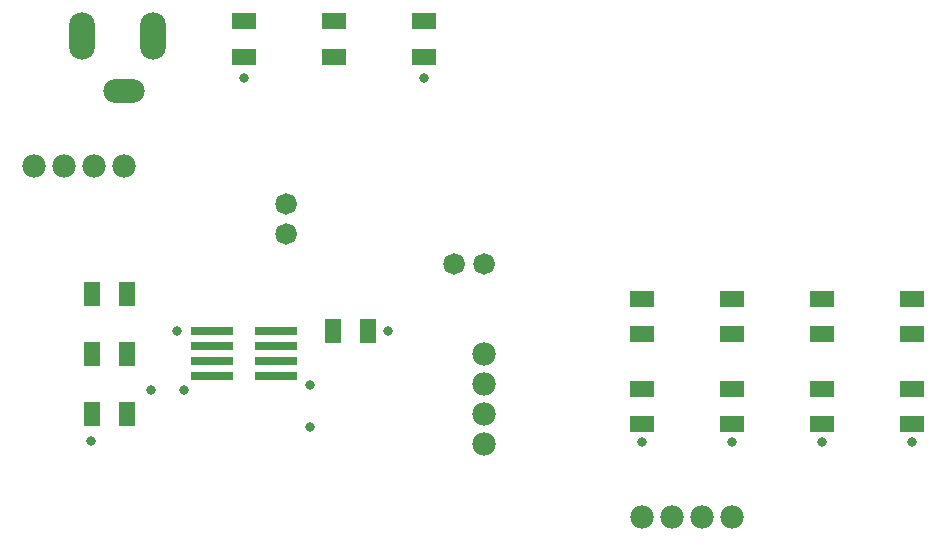
<source format=gts>
G04*
G04 #@! TF.GenerationSoftware,Altium Limited,Altium Designer,25.2.1 (25)*
G04*
G04 Layer_Color=8388736*
%FSLAX25Y25*%
%MOIN*%
G70*
G04*
G04 #@! TF.SameCoordinates,33EAF51A-26EF-4A86-81AC-10F0C2BF7AB2*
G04*
G04*
G04 #@! TF.FilePolarity,Negative*
G04*
G01*
G75*
%ADD22C,0.00000*%
%ADD23R,0.07900X0.05200*%
%ADD24R,0.05200X0.07900*%
%ADD25R,0.14186X0.03162*%
%ADD26O,0.08674X0.15761*%
%ADD27O,0.13792X0.07887*%
%ADD28C,0.07800*%
%ADD29C,0.07178*%
%ADD30C,0.03300*%
D22*
X107390Y110000D02*
G03*
X107390Y110000I-3390J0D01*
G01*
Y120000D02*
G03*
X107390Y120000I-3390J0D01*
G01*
X173390Y100000D02*
G03*
X173390Y100000I-3390J0D01*
G01*
X163390D02*
G03*
X163390Y100000I-3390J0D01*
G01*
D23*
X312500Y88400D02*
D03*
Y76600D02*
D03*
X282500Y88400D02*
D03*
Y76600D02*
D03*
X252500Y88400D02*
D03*
Y76600D02*
D03*
X222500Y88400D02*
D03*
Y76600D02*
D03*
X120000Y180900D02*
D03*
Y169100D02*
D03*
X312500Y46600D02*
D03*
Y58400D02*
D03*
X282500Y46600D02*
D03*
Y58400D02*
D03*
X252500Y46600D02*
D03*
Y58400D02*
D03*
X222500Y46600D02*
D03*
Y58400D02*
D03*
X90000Y169100D02*
D03*
Y180900D02*
D03*
X150000D02*
D03*
Y169100D02*
D03*
D24*
X119600Y77500D02*
D03*
X131400D02*
D03*
X39100Y50000D02*
D03*
X50900D02*
D03*
X39100Y70000D02*
D03*
X50900D02*
D03*
X39100Y90000D02*
D03*
X50900D02*
D03*
D25*
X79370Y77500D02*
D03*
Y72500D02*
D03*
Y67500D02*
D03*
Y62500D02*
D03*
X100630D02*
D03*
Y67500D02*
D03*
Y72500D02*
D03*
Y77500D02*
D03*
D26*
X59622Y176000D02*
D03*
X36000D02*
D03*
D27*
X49779Y157693D02*
D03*
D28*
X40000Y132500D02*
D03*
X50000D02*
D03*
X20000D02*
D03*
X30000D02*
D03*
X242500Y15500D02*
D03*
X252500D02*
D03*
X222500D02*
D03*
X232500D02*
D03*
X170000Y60000D02*
D03*
Y70000D02*
D03*
Y40000D02*
D03*
Y50000D02*
D03*
D29*
X104000Y110000D02*
D03*
Y120000D02*
D03*
X170000Y100000D02*
D03*
X160000D02*
D03*
D30*
X59000Y58000D02*
D03*
X112000Y45500D02*
D03*
Y59500D02*
D03*
X70000Y58000D02*
D03*
X138000Y77500D02*
D03*
X90000Y162000D02*
D03*
X39000Y41000D02*
D03*
X150000Y162000D02*
D03*
X67500Y77500D02*
D03*
X312500Y40500D02*
D03*
X282500D02*
D03*
X252500D02*
D03*
X222500D02*
D03*
M02*

</source>
